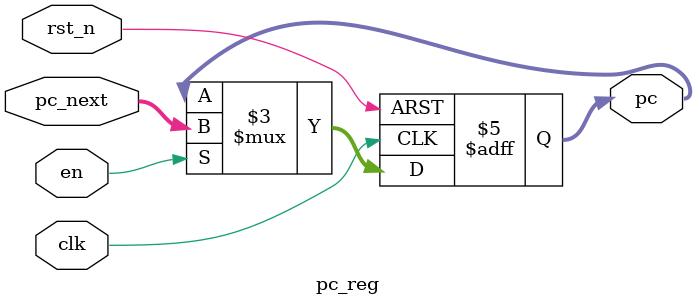
<source format=sv>
module pc_reg #(parameter XLEN = 32, parameter RESET_PC = 32'h0000_0000)
  (
  input clk, rst_n, en,
    input [XLEN-1:0] pc_next,
    output reg [XLEN-1:0] pc
);
  
  always@(posedge clk, negedge rst_n)
    begin
      if(!rst_n)
        pc <= RESET_PC;
      else if (en)
        pc <= pc_next;
    end
  
endmodule

</source>
